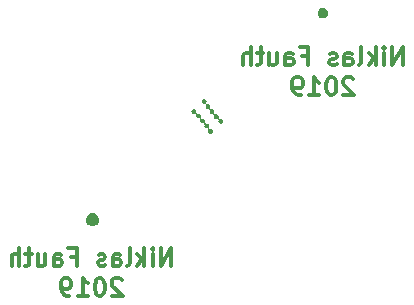
<source format=gbr>
G04 #@! TF.GenerationSoftware,KiCad,Pcbnew,5.0.2-bee76a0~70~ubuntu18.04.1*
G04 #@! TF.CreationDate,2019-07-08T07:57:12+02:00*
G04 #@! TF.ProjectId,upper_Sensor,75707065-725f-4536-956e-736f722e6b69,rev?*
G04 #@! TF.SameCoordinates,Original*
G04 #@! TF.FileFunction,Soldermask,Bot*
G04 #@! TF.FilePolarity,Negative*
%FSLAX46Y46*%
G04 Gerber Fmt 4.6, Leading zero omitted, Abs format (unit mm)*
G04 Created by KiCad (PCBNEW 5.0.2-bee76a0~70~ubuntu18.04.1) date Mo 08 Jul 2019 07:57:12 CEST*
%MOMM*%
%LPD*%
G01*
G04 APERTURE LIST*
%ADD10C,0.300000*%
%ADD11C,0.100000*%
G04 APERTURE END LIST*
D10*
X116650000Y-83903571D02*
X116650000Y-82403571D01*
X115792857Y-83903571D01*
X115792857Y-82403571D01*
X115078571Y-83903571D02*
X115078571Y-82903571D01*
X115078571Y-82403571D02*
X115150000Y-82475000D01*
X115078571Y-82546428D01*
X115007142Y-82475000D01*
X115078571Y-82403571D01*
X115078571Y-82546428D01*
X114364285Y-83903571D02*
X114364285Y-82403571D01*
X114221428Y-83332142D02*
X113792857Y-83903571D01*
X113792857Y-82903571D02*
X114364285Y-83475000D01*
X112935714Y-83903571D02*
X113078571Y-83832142D01*
X113150000Y-83689285D01*
X113150000Y-82403571D01*
X111721428Y-83903571D02*
X111721428Y-83117857D01*
X111792857Y-82975000D01*
X111935714Y-82903571D01*
X112221428Y-82903571D01*
X112364285Y-82975000D01*
X111721428Y-83832142D02*
X111864285Y-83903571D01*
X112221428Y-83903571D01*
X112364285Y-83832142D01*
X112435714Y-83689285D01*
X112435714Y-83546428D01*
X112364285Y-83403571D01*
X112221428Y-83332142D01*
X111864285Y-83332142D01*
X111721428Y-83260714D01*
X111078571Y-83832142D02*
X110935714Y-83903571D01*
X110650000Y-83903571D01*
X110507142Y-83832142D01*
X110435714Y-83689285D01*
X110435714Y-83617857D01*
X110507142Y-83475000D01*
X110650000Y-83403571D01*
X110864285Y-83403571D01*
X111007142Y-83332142D01*
X111078571Y-83189285D01*
X111078571Y-83117857D01*
X111007142Y-82975000D01*
X110864285Y-82903571D01*
X110650000Y-82903571D01*
X110507142Y-82975000D01*
X108150000Y-83117857D02*
X108650000Y-83117857D01*
X108650000Y-83903571D02*
X108650000Y-82403571D01*
X107935714Y-82403571D01*
X106721428Y-83903571D02*
X106721428Y-83117857D01*
X106792857Y-82975000D01*
X106935714Y-82903571D01*
X107221428Y-82903571D01*
X107364285Y-82975000D01*
X106721428Y-83832142D02*
X106864285Y-83903571D01*
X107221428Y-83903571D01*
X107364285Y-83832142D01*
X107435714Y-83689285D01*
X107435714Y-83546428D01*
X107364285Y-83403571D01*
X107221428Y-83332142D01*
X106864285Y-83332142D01*
X106721428Y-83260714D01*
X105364285Y-82903571D02*
X105364285Y-83903571D01*
X106007142Y-82903571D02*
X106007142Y-83689285D01*
X105935714Y-83832142D01*
X105792857Y-83903571D01*
X105578571Y-83903571D01*
X105435714Y-83832142D01*
X105364285Y-83760714D01*
X104864285Y-82903571D02*
X104292857Y-82903571D01*
X104650000Y-82403571D02*
X104650000Y-83689285D01*
X104578571Y-83832142D01*
X104435714Y-83903571D01*
X104292857Y-83903571D01*
X103792857Y-83903571D02*
X103792857Y-82403571D01*
X103150000Y-83903571D02*
X103150000Y-83117857D01*
X103221428Y-82975000D01*
X103364285Y-82903571D01*
X103578571Y-82903571D01*
X103721428Y-82975000D01*
X103792857Y-83046428D01*
X112471428Y-85096428D02*
X112400000Y-85025000D01*
X112257142Y-84953571D01*
X111900000Y-84953571D01*
X111757142Y-85025000D01*
X111685714Y-85096428D01*
X111614285Y-85239285D01*
X111614285Y-85382142D01*
X111685714Y-85596428D01*
X112542857Y-86453571D01*
X111614285Y-86453571D01*
X110685714Y-84953571D02*
X110542857Y-84953571D01*
X110400000Y-85025000D01*
X110328571Y-85096428D01*
X110257142Y-85239285D01*
X110185714Y-85525000D01*
X110185714Y-85882142D01*
X110257142Y-86167857D01*
X110328571Y-86310714D01*
X110400000Y-86382142D01*
X110542857Y-86453571D01*
X110685714Y-86453571D01*
X110828571Y-86382142D01*
X110900000Y-86310714D01*
X110971428Y-86167857D01*
X111042857Y-85882142D01*
X111042857Y-85525000D01*
X110971428Y-85239285D01*
X110900000Y-85096428D01*
X110828571Y-85025000D01*
X110685714Y-84953571D01*
X108757142Y-86453571D02*
X109614285Y-86453571D01*
X109185714Y-86453571D02*
X109185714Y-84953571D01*
X109328571Y-85167857D01*
X109471428Y-85310714D01*
X109614285Y-85382142D01*
X108042857Y-86453571D02*
X107757142Y-86453571D01*
X107614285Y-86382142D01*
X107542857Y-86310714D01*
X107400000Y-86096428D01*
X107328571Y-85810714D01*
X107328571Y-85239285D01*
X107400000Y-85096428D01*
X107471428Y-85025000D01*
X107614285Y-84953571D01*
X107900000Y-84953571D01*
X108042857Y-85025000D01*
X108114285Y-85096428D01*
X108185714Y-85239285D01*
X108185714Y-85596428D01*
X108114285Y-85739285D01*
X108042857Y-85810714D01*
X107900000Y-85882142D01*
X107614285Y-85882142D01*
X107471428Y-85810714D01*
X107400000Y-85739285D01*
X107328571Y-85596428D01*
X136250000Y-66903571D02*
X136250000Y-65403571D01*
X135392857Y-66903571D01*
X135392857Y-65403571D01*
X134678571Y-66903571D02*
X134678571Y-65903571D01*
X134678571Y-65403571D02*
X134750000Y-65475000D01*
X134678571Y-65546428D01*
X134607142Y-65475000D01*
X134678571Y-65403571D01*
X134678571Y-65546428D01*
X133964285Y-66903571D02*
X133964285Y-65403571D01*
X133821428Y-66332142D02*
X133392857Y-66903571D01*
X133392857Y-65903571D02*
X133964285Y-66475000D01*
X132535714Y-66903571D02*
X132678571Y-66832142D01*
X132750000Y-66689285D01*
X132750000Y-65403571D01*
X131321428Y-66903571D02*
X131321428Y-66117857D01*
X131392857Y-65975000D01*
X131535714Y-65903571D01*
X131821428Y-65903571D01*
X131964285Y-65975000D01*
X131321428Y-66832142D02*
X131464285Y-66903571D01*
X131821428Y-66903571D01*
X131964285Y-66832142D01*
X132035714Y-66689285D01*
X132035714Y-66546428D01*
X131964285Y-66403571D01*
X131821428Y-66332142D01*
X131464285Y-66332142D01*
X131321428Y-66260714D01*
X130678571Y-66832142D02*
X130535714Y-66903571D01*
X130250000Y-66903571D01*
X130107142Y-66832142D01*
X130035714Y-66689285D01*
X130035714Y-66617857D01*
X130107142Y-66475000D01*
X130250000Y-66403571D01*
X130464285Y-66403571D01*
X130607142Y-66332142D01*
X130678571Y-66189285D01*
X130678571Y-66117857D01*
X130607142Y-65975000D01*
X130464285Y-65903571D01*
X130250000Y-65903571D01*
X130107142Y-65975000D01*
X127750000Y-66117857D02*
X128250000Y-66117857D01*
X128250000Y-66903571D02*
X128250000Y-65403571D01*
X127535714Y-65403571D01*
X126321428Y-66903571D02*
X126321428Y-66117857D01*
X126392857Y-65975000D01*
X126535714Y-65903571D01*
X126821428Y-65903571D01*
X126964285Y-65975000D01*
X126321428Y-66832142D02*
X126464285Y-66903571D01*
X126821428Y-66903571D01*
X126964285Y-66832142D01*
X127035714Y-66689285D01*
X127035714Y-66546428D01*
X126964285Y-66403571D01*
X126821428Y-66332142D01*
X126464285Y-66332142D01*
X126321428Y-66260714D01*
X124964285Y-65903571D02*
X124964285Y-66903571D01*
X125607142Y-65903571D02*
X125607142Y-66689285D01*
X125535714Y-66832142D01*
X125392857Y-66903571D01*
X125178571Y-66903571D01*
X125035714Y-66832142D01*
X124964285Y-66760714D01*
X124464285Y-65903571D02*
X123892857Y-65903571D01*
X124250000Y-65403571D02*
X124250000Y-66689285D01*
X124178571Y-66832142D01*
X124035714Y-66903571D01*
X123892857Y-66903571D01*
X123392857Y-66903571D02*
X123392857Y-65403571D01*
X122750000Y-66903571D02*
X122750000Y-66117857D01*
X122821428Y-65975000D01*
X122964285Y-65903571D01*
X123178571Y-65903571D01*
X123321428Y-65975000D01*
X123392857Y-66046428D01*
X132071428Y-68096428D02*
X132000000Y-68025000D01*
X131857142Y-67953571D01*
X131500000Y-67953571D01*
X131357142Y-68025000D01*
X131285714Y-68096428D01*
X131214285Y-68239285D01*
X131214285Y-68382142D01*
X131285714Y-68596428D01*
X132142857Y-69453571D01*
X131214285Y-69453571D01*
X130285714Y-67953571D02*
X130142857Y-67953571D01*
X130000000Y-68025000D01*
X129928571Y-68096428D01*
X129857142Y-68239285D01*
X129785714Y-68525000D01*
X129785714Y-68882142D01*
X129857142Y-69167857D01*
X129928571Y-69310714D01*
X130000000Y-69382142D01*
X130142857Y-69453571D01*
X130285714Y-69453571D01*
X130428571Y-69382142D01*
X130500000Y-69310714D01*
X130571428Y-69167857D01*
X130642857Y-68882142D01*
X130642857Y-68525000D01*
X130571428Y-68239285D01*
X130500000Y-68096428D01*
X130428571Y-68025000D01*
X130285714Y-67953571D01*
X128357142Y-69453571D02*
X129214285Y-69453571D01*
X128785714Y-69453571D02*
X128785714Y-67953571D01*
X128928571Y-68167857D01*
X129071428Y-68310714D01*
X129214285Y-68382142D01*
X127642857Y-69453571D02*
X127357142Y-69453571D01*
X127214285Y-69382142D01*
X127142857Y-69310714D01*
X127000000Y-69096428D01*
X126928571Y-68810714D01*
X126928571Y-68239285D01*
X127000000Y-68096428D01*
X127071428Y-68025000D01*
X127214285Y-67953571D01*
X127500000Y-67953571D01*
X127642857Y-68025000D01*
X127714285Y-68096428D01*
X127785714Y-68239285D01*
X127785714Y-68596428D01*
X127714285Y-68739285D01*
X127642857Y-68810714D01*
X127500000Y-68882142D01*
X127214285Y-68882142D01*
X127071428Y-68810714D01*
X127000000Y-68739285D01*
X126928571Y-68596428D01*
D11*
G36*
X110160721Y-79470174D02*
X110260995Y-79511709D01*
X110351245Y-79572012D01*
X110427988Y-79648755D01*
X110488291Y-79739005D01*
X110529826Y-79839279D01*
X110551000Y-79945730D01*
X110551000Y-80054270D01*
X110529826Y-80160721D01*
X110488291Y-80260995D01*
X110427988Y-80351245D01*
X110351245Y-80427988D01*
X110260995Y-80488291D01*
X110160721Y-80529826D01*
X110054270Y-80551000D01*
X109945730Y-80551000D01*
X109839279Y-80529826D01*
X109739005Y-80488291D01*
X109648755Y-80427988D01*
X109572012Y-80351245D01*
X109511709Y-80260995D01*
X109470174Y-80160721D01*
X109449000Y-80054270D01*
X109449000Y-79945730D01*
X109470174Y-79839279D01*
X109511709Y-79739005D01*
X109572012Y-79648755D01*
X109648755Y-79572012D01*
X109739005Y-79511709D01*
X109839279Y-79470174D01*
X109945730Y-79449000D01*
X110054270Y-79449000D01*
X110160721Y-79470174D01*
X110160721Y-79470174D01*
G37*
G36*
X118598402Y-70627536D02*
X118633846Y-70634586D01*
X118670425Y-70649738D01*
X118670427Y-70649739D01*
X118703347Y-70671736D01*
X118731342Y-70699731D01*
X118749866Y-70727453D01*
X118753340Y-70732653D01*
X118768492Y-70769232D01*
X118776216Y-70808065D01*
X118776216Y-70847659D01*
X118770791Y-70874932D01*
X118768390Y-70899311D01*
X118770792Y-70923697D01*
X118777905Y-70947146D01*
X118789456Y-70968757D01*
X118805001Y-70987700D01*
X118823943Y-71003245D01*
X118845553Y-71014796D01*
X118869003Y-71021910D01*
X118893389Y-71024312D01*
X118917776Y-71021910D01*
X118947252Y-71016047D01*
X118986848Y-71016047D01*
X118996555Y-71017978D01*
X119025680Y-71023771D01*
X119062259Y-71038923D01*
X119062261Y-71038924D01*
X119077131Y-71048860D01*
X119095180Y-71060920D01*
X119123177Y-71088917D01*
X119134100Y-71105265D01*
X119144469Y-71120782D01*
X119145174Y-71121838D01*
X119160326Y-71158417D01*
X119164956Y-71181697D01*
X119168050Y-71197249D01*
X119168050Y-71236845D01*
X119158343Y-71285646D01*
X119157106Y-71289723D01*
X119154703Y-71314110D01*
X119157104Y-71338496D01*
X119164216Y-71361945D01*
X119175766Y-71383557D01*
X119191311Y-71402500D01*
X119210252Y-71418046D01*
X119231863Y-71429598D01*
X119255311Y-71436712D01*
X119279698Y-71439115D01*
X119297418Y-71437370D01*
X119340382Y-71437370D01*
X119349154Y-71439115D01*
X119379214Y-71445094D01*
X119415793Y-71460246D01*
X119415795Y-71460247D01*
X119421175Y-71463842D01*
X119435417Y-71473358D01*
X119448715Y-71482244D01*
X119476710Y-71510239D01*
X119497470Y-71541307D01*
X119498708Y-71543161D01*
X119513860Y-71579740D01*
X119516824Y-71594644D01*
X119521584Y-71618572D01*
X119521584Y-71658168D01*
X119511882Y-71706945D01*
X119510641Y-71711032D01*
X119508235Y-71735418D01*
X119510632Y-71759805D01*
X119517741Y-71783255D01*
X119529288Y-71804868D01*
X119544830Y-71823813D01*
X119563769Y-71839362D01*
X119585378Y-71850918D01*
X119608825Y-71858036D01*
X119633211Y-71860442D01*
X119650950Y-71858697D01*
X119693915Y-71858697D01*
X119697293Y-71859369D01*
X119732747Y-71866421D01*
X119769326Y-71881573D01*
X119769328Y-71881574D01*
X119802248Y-71903571D01*
X119830243Y-71931566D01*
X119851013Y-71962649D01*
X119852241Y-71964488D01*
X119867393Y-72001067D01*
X119875117Y-72039900D01*
X119875117Y-72079494D01*
X119867393Y-72118327D01*
X119858695Y-72139324D01*
X119851582Y-72162773D01*
X119849180Y-72187160D01*
X119851582Y-72211546D01*
X119858695Y-72234995D01*
X119870246Y-72256606D01*
X119885791Y-72275548D01*
X119904734Y-72291094D01*
X119926344Y-72302645D01*
X119949793Y-72309758D01*
X119974180Y-72312160D01*
X120009146Y-72312160D01*
X120018853Y-72314091D01*
X120047978Y-72319884D01*
X120084557Y-72335036D01*
X120084559Y-72335037D01*
X120101130Y-72346110D01*
X120117478Y-72357033D01*
X120145475Y-72385030D01*
X120156398Y-72401378D01*
X120162216Y-72410084D01*
X120167472Y-72417951D01*
X120182624Y-72454530D01*
X120190348Y-72493363D01*
X120190348Y-72532957D01*
X120182624Y-72571790D01*
X120167472Y-72608369D01*
X120167471Y-72608371D01*
X120145474Y-72641291D01*
X120117479Y-72669286D01*
X120084559Y-72691283D01*
X120084558Y-72691284D01*
X120084557Y-72691284D01*
X120047978Y-72706436D01*
X120018853Y-72712229D01*
X120009146Y-72714160D01*
X119969550Y-72714160D01*
X119959843Y-72712229D01*
X119930718Y-72706436D01*
X119894139Y-72691284D01*
X119894138Y-72691284D01*
X119894137Y-72691283D01*
X119861217Y-72669286D01*
X119833222Y-72641291D01*
X119811225Y-72608371D01*
X119811224Y-72608369D01*
X119796072Y-72571790D01*
X119788348Y-72532957D01*
X119788348Y-72493363D01*
X119796072Y-72454530D01*
X119804771Y-72433529D01*
X119811883Y-72410084D01*
X119814285Y-72385697D01*
X119811883Y-72361311D01*
X119804770Y-72337862D01*
X119793219Y-72316251D01*
X119777674Y-72297309D01*
X119758731Y-72281763D01*
X119737121Y-72270212D01*
X119713672Y-72263099D01*
X119689285Y-72260697D01*
X119654319Y-72260697D01*
X119644612Y-72258766D01*
X119615487Y-72252973D01*
X119578908Y-72237821D01*
X119578907Y-72237821D01*
X119578906Y-72237820D01*
X119545986Y-72215823D01*
X119517991Y-72187828D01*
X119517545Y-72187160D01*
X119507067Y-72171479D01*
X119495994Y-72154908D01*
X119489539Y-72139324D01*
X119480841Y-72118327D01*
X119473117Y-72079494D01*
X119473117Y-72039900D01*
X119480841Y-72001067D01*
X119482819Y-71991122D01*
X119484060Y-71987035D01*
X119486466Y-71962649D01*
X119484069Y-71938262D01*
X119476960Y-71914812D01*
X119465413Y-71893199D01*
X119449871Y-71874254D01*
X119430932Y-71858705D01*
X119409323Y-71847149D01*
X119385876Y-71840031D01*
X119361490Y-71837625D01*
X119343751Y-71839370D01*
X119300786Y-71839370D01*
X119291079Y-71837439D01*
X119261954Y-71831646D01*
X119225375Y-71816494D01*
X119225374Y-71816494D01*
X119225373Y-71816493D01*
X119192453Y-71794496D01*
X119164458Y-71766501D01*
X119142461Y-71733581D01*
X119138792Y-71724723D01*
X119127308Y-71697000D01*
X119119584Y-71658167D01*
X119119584Y-71618573D01*
X119127308Y-71579740D01*
X119129291Y-71569771D01*
X119130528Y-71565694D01*
X119132931Y-71541307D01*
X119130530Y-71516921D01*
X119123418Y-71493472D01*
X119111868Y-71471860D01*
X119096323Y-71452917D01*
X119077382Y-71437371D01*
X119055771Y-71425819D01*
X119032323Y-71418705D01*
X119007936Y-71416302D01*
X118990216Y-71418047D01*
X118947252Y-71418047D01*
X118937545Y-71416116D01*
X118908420Y-71410323D01*
X118871841Y-71395171D01*
X118871840Y-71395171D01*
X118871839Y-71395170D01*
X118838919Y-71373173D01*
X118810924Y-71345178D01*
X118804483Y-71335538D01*
X118796754Y-71323971D01*
X118788927Y-71312258D01*
X118782485Y-71296706D01*
X118773774Y-71275677D01*
X118766050Y-71236844D01*
X118766050Y-71197250D01*
X118771475Y-71169977D01*
X118773876Y-71145598D01*
X118771474Y-71121212D01*
X118764361Y-71097763D01*
X118752810Y-71076152D01*
X118737265Y-71057209D01*
X118718323Y-71041664D01*
X118696713Y-71030113D01*
X118673263Y-71022999D01*
X118648877Y-71020597D01*
X118624490Y-71022999D01*
X118595014Y-71028862D01*
X118555418Y-71028862D01*
X118545711Y-71026931D01*
X118516586Y-71021138D01*
X118480007Y-71005986D01*
X118480006Y-71005986D01*
X118480005Y-71005985D01*
X118447085Y-70983988D01*
X118419090Y-70955993D01*
X118416870Y-70952670D01*
X118408166Y-70939644D01*
X118397093Y-70923073D01*
X118397092Y-70923071D01*
X118381940Y-70886492D01*
X118374216Y-70847659D01*
X118374216Y-70808065D01*
X118381940Y-70769232D01*
X118397092Y-70732653D01*
X118400567Y-70727453D01*
X118419090Y-70699731D01*
X118447085Y-70671736D01*
X118480005Y-70649739D01*
X118480007Y-70649738D01*
X118516586Y-70634586D01*
X118552030Y-70627536D01*
X118555418Y-70626862D01*
X118595014Y-70626862D01*
X118598402Y-70627536D01*
X118598402Y-70627536D01*
G37*
G36*
X119477369Y-69781727D02*
X119506494Y-69787520D01*
X119543073Y-69802672D01*
X119543075Y-69802673D01*
X119559646Y-69813746D01*
X119575994Y-69824669D01*
X119603991Y-69852666D01*
X119625988Y-69885587D01*
X119641140Y-69922166D01*
X119648864Y-69960999D01*
X119648864Y-70000593D01*
X119641141Y-70039423D01*
X119641140Y-70039425D01*
X119632442Y-70060423D01*
X119625328Y-70083872D01*
X119622926Y-70108258D01*
X119625327Y-70132644D01*
X119632440Y-70156093D01*
X119643991Y-70177704D01*
X119659536Y-70196647D01*
X119678478Y-70212192D01*
X119700089Y-70223744D01*
X119723538Y-70230858D01*
X119747926Y-70233260D01*
X119782894Y-70233260D01*
X119792601Y-70235191D01*
X119821726Y-70240984D01*
X119858305Y-70256136D01*
X119858307Y-70256137D01*
X119891227Y-70278134D01*
X119919222Y-70306129D01*
X119935964Y-70331184D01*
X119941220Y-70339051D01*
X119956372Y-70375630D01*
X119962165Y-70404755D01*
X119964096Y-70414462D01*
X119964096Y-70454058D01*
X119954385Y-70502880D01*
X119953148Y-70506959D01*
X119950749Y-70531346D01*
X119953154Y-70555732D01*
X119960271Y-70579180D01*
X119971825Y-70600789D01*
X119987373Y-70619729D01*
X120006317Y-70635272D01*
X120027929Y-70646820D01*
X120051379Y-70653930D01*
X120075766Y-70656329D01*
X120093466Y-70654584D01*
X120136426Y-70654584D01*
X120145198Y-70656329D01*
X120175258Y-70662308D01*
X120211837Y-70677460D01*
X120211839Y-70677461D01*
X120228410Y-70688534D01*
X120244758Y-70699457D01*
X120272755Y-70727454D01*
X120294752Y-70760375D01*
X120309904Y-70796954D01*
X120312114Y-70808065D01*
X120317628Y-70835786D01*
X120317628Y-70875382D01*
X120307917Y-70924204D01*
X120306680Y-70928283D01*
X120304281Y-70952670D01*
X120306686Y-70977056D01*
X120313803Y-71000504D01*
X120325357Y-71022113D01*
X120340905Y-71041053D01*
X120359849Y-71056596D01*
X120381461Y-71068144D01*
X120404911Y-71075254D01*
X120429298Y-71077653D01*
X120447003Y-71075908D01*
X120489959Y-71075908D01*
X120498731Y-71077653D01*
X120528791Y-71083632D01*
X120562905Y-71097763D01*
X120565372Y-71098785D01*
X120581943Y-71109858D01*
X120598291Y-71120781D01*
X120626288Y-71148778D01*
X120648285Y-71181699D01*
X120663437Y-71218278D01*
X120671161Y-71257111D01*
X120671161Y-71296705D01*
X120665736Y-71323978D01*
X120663335Y-71348357D01*
X120665737Y-71372743D01*
X120672850Y-71396192D01*
X120684401Y-71417803D01*
X120699946Y-71436746D01*
X120718888Y-71452291D01*
X120740498Y-71463842D01*
X120763948Y-71470956D01*
X120788334Y-71473358D01*
X120812717Y-71470957D01*
X120842200Y-71465093D01*
X120881795Y-71465093D01*
X120891502Y-71467024D01*
X120920627Y-71472817D01*
X120957206Y-71487969D01*
X120957208Y-71487970D01*
X120990128Y-71509967D01*
X121018123Y-71537962D01*
X121039378Y-71569771D01*
X121040121Y-71570884D01*
X121055273Y-71607463D01*
X121062997Y-71646296D01*
X121062997Y-71685890D01*
X121055273Y-71724723D01*
X121040121Y-71761302D01*
X121018124Y-71794223D01*
X120990127Y-71822220D01*
X120976020Y-71831646D01*
X120957208Y-71844216D01*
X120957207Y-71844217D01*
X120957206Y-71844217D01*
X120920627Y-71859369D01*
X120891502Y-71865162D01*
X120881795Y-71867093D01*
X120842199Y-71867093D01*
X120832492Y-71865162D01*
X120803367Y-71859369D01*
X120766788Y-71844217D01*
X120766787Y-71844217D01*
X120766786Y-71844216D01*
X120747974Y-71831646D01*
X120733867Y-71822220D01*
X120705870Y-71794223D01*
X120683873Y-71761302D01*
X120668721Y-71724723D01*
X120660997Y-71685890D01*
X120660997Y-71646296D01*
X120666422Y-71619023D01*
X120668823Y-71594644D01*
X120666421Y-71570258D01*
X120659308Y-71546809D01*
X120647757Y-71525198D01*
X120632212Y-71506255D01*
X120613270Y-71490710D01*
X120591660Y-71479159D01*
X120568210Y-71472045D01*
X120543824Y-71469643D01*
X120519441Y-71472044D01*
X120489958Y-71477908D01*
X120450363Y-71477908D01*
X120440656Y-71475977D01*
X120411531Y-71470184D01*
X120374952Y-71455032D01*
X120374951Y-71455032D01*
X120374950Y-71455031D01*
X120358379Y-71443958D01*
X120342031Y-71433035D01*
X120314034Y-71405038D01*
X120292743Y-71373174D01*
X120292038Y-71372119D01*
X120292037Y-71372117D01*
X120276885Y-71335538D01*
X120269161Y-71296705D01*
X120269161Y-71257111D01*
X120276885Y-71218278D01*
X120278872Y-71208288D01*
X120280109Y-71204209D01*
X120282508Y-71179822D01*
X120280103Y-71155436D01*
X120272986Y-71131988D01*
X120261432Y-71110379D01*
X120245884Y-71091439D01*
X120226940Y-71075896D01*
X120205328Y-71064348D01*
X120181878Y-71057238D01*
X120157491Y-71054839D01*
X120139786Y-71056584D01*
X120096830Y-71056584D01*
X120087123Y-71054653D01*
X120057998Y-71048860D01*
X120021419Y-71033708D01*
X120021418Y-71033708D01*
X120021417Y-71033707D01*
X120001797Y-71020597D01*
X119988498Y-71011711D01*
X119960501Y-70983714D01*
X119949578Y-70967366D01*
X119938505Y-70950795D01*
X119938504Y-70950793D01*
X119923352Y-70914214D01*
X119915628Y-70875381D01*
X119915628Y-70835787D01*
X119923352Y-70796954D01*
X119925339Y-70786964D01*
X119926576Y-70782885D01*
X119928975Y-70758498D01*
X119926570Y-70734112D01*
X119919453Y-70710664D01*
X119907899Y-70689055D01*
X119892351Y-70670115D01*
X119873407Y-70654572D01*
X119851795Y-70643024D01*
X119828345Y-70635914D01*
X119803958Y-70633515D01*
X119786258Y-70635260D01*
X119743298Y-70635260D01*
X119733591Y-70633329D01*
X119704466Y-70627536D01*
X119667887Y-70612384D01*
X119667886Y-70612384D01*
X119667885Y-70612383D01*
X119634965Y-70590386D01*
X119606970Y-70562391D01*
X119584973Y-70529471D01*
X119584972Y-70529469D01*
X119569820Y-70492890D01*
X119562096Y-70454057D01*
X119562096Y-70414463D01*
X119569820Y-70375630D01*
X119578519Y-70354629D01*
X119585632Y-70331184D01*
X119588034Y-70306798D01*
X119585633Y-70282412D01*
X119578520Y-70258963D01*
X119566969Y-70237352D01*
X119551424Y-70218409D01*
X119532482Y-70202864D01*
X119510871Y-70191312D01*
X119487422Y-70184198D01*
X119463034Y-70181796D01*
X119428066Y-70181796D01*
X119418359Y-70179865D01*
X119389234Y-70174072D01*
X119352655Y-70158920D01*
X119352654Y-70158920D01*
X119352653Y-70158919D01*
X119319733Y-70136922D01*
X119291738Y-70108927D01*
X119269741Y-70076007D01*
X119263286Y-70060423D01*
X119254588Y-70039426D01*
X119246864Y-70000593D01*
X119246864Y-69960999D01*
X119254588Y-69922166D01*
X119269740Y-69885587D01*
X119291737Y-69852666D01*
X119319734Y-69824669D01*
X119336082Y-69813746D01*
X119352653Y-69802673D01*
X119352655Y-69802672D01*
X119389234Y-69787520D01*
X119418359Y-69781727D01*
X119428066Y-69779796D01*
X119467662Y-69779796D01*
X119477369Y-69781727D01*
X119477369Y-69781727D01*
G37*
G36*
X129631552Y-62066331D02*
X129713625Y-62100327D01*
X129713626Y-62100328D01*
X129713629Y-62100329D01*
X129787496Y-62149686D01*
X129787500Y-62149689D01*
X129850311Y-62212500D01*
X129850313Y-62212503D01*
X129850314Y-62212504D01*
X129899671Y-62286371D01*
X129899672Y-62286374D01*
X129899673Y-62286375D01*
X129933669Y-62368448D01*
X129951000Y-62455579D01*
X129951000Y-62544421D01*
X129933669Y-62631552D01*
X129899673Y-62713625D01*
X129899671Y-62713629D01*
X129850314Y-62787496D01*
X129850311Y-62787500D01*
X129787500Y-62850311D01*
X129787497Y-62850313D01*
X129787496Y-62850314D01*
X129713629Y-62899671D01*
X129713626Y-62899672D01*
X129713625Y-62899673D01*
X129631552Y-62933669D01*
X129544421Y-62951000D01*
X129455579Y-62951000D01*
X129368448Y-62933669D01*
X129286375Y-62899673D01*
X129286374Y-62899672D01*
X129286371Y-62899671D01*
X129212504Y-62850314D01*
X129212503Y-62850313D01*
X129212500Y-62850311D01*
X129149689Y-62787500D01*
X129149686Y-62787496D01*
X129100329Y-62713629D01*
X129100327Y-62713625D01*
X129066331Y-62631552D01*
X129049000Y-62544421D01*
X129049000Y-62455579D01*
X129066331Y-62368448D01*
X129100327Y-62286375D01*
X129100328Y-62286374D01*
X129100329Y-62286371D01*
X129149686Y-62212504D01*
X129149687Y-62212503D01*
X129149689Y-62212500D01*
X129212500Y-62149689D01*
X129212504Y-62149686D01*
X129286371Y-62100329D01*
X129286374Y-62100328D01*
X129286375Y-62100327D01*
X129368448Y-62066331D01*
X129455579Y-62049000D01*
X129544421Y-62049000D01*
X129631552Y-62066331D01*
X129631552Y-62066331D01*
G37*
M02*

</source>
